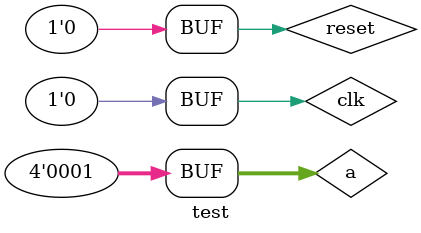
<source format=v>
module test;
    reg [3:0] a;
    reg reset, clk;
    wire [3:0] y1, y2;
    
    initial
      begin
          a = 4'b1110;
          #0 clk = 0;
          #0 reset = 0;
          
          repeat(20)
            begin
                #1 clk = ~ clk;
                #3 reset = ~reset;
                
            end
      end
    initial
      begin
          #3 a = 4'b0001;
      end
    reset flipflop(.a(a),
                      .clk(clk),
                      .y1(y1),
                      .y2(y2));
    initial
      begin
          $dumpfile("flipflopreset.vcd");
          $dumpvars(0,test);
      end
endmodule
</source>
